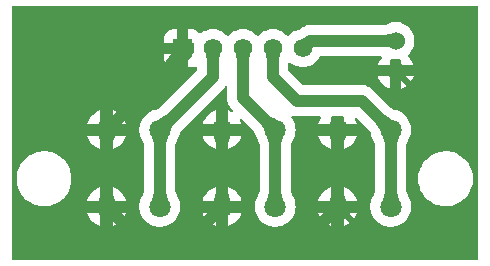
<source format=gbl>
G04 Layer: BottomLayer*
G04 EasyEDA v6.4.19.5, 2021-05-18T22:58:39--5:00*
G04 4dc87e2bd6d7430eaf2060c118457cdd,00a5ad12733442db97615573759eb5db,10*
G04 Gerber Generator version 0.2*
G04 Scale: 100 percent, Rotated: No, Reflected: No *
G04 Dimensions in millimeters *
G04 leading zeros omitted , absolute positions ,4 integer and 5 decimal *
%FSLAX45Y45*%
%MOMM*%

%ADD11C,1.8000*%
%ADD12C,1.5748*%
%ADD14C,1.5240*%
%ADD15C,0.5000*%
%ADD16C,1.0000*%

%LPD*%
G36*
X35814Y25654D02*
G01*
X31902Y26416D01*
X28651Y28651D01*
X26416Y31902D01*
X25654Y35814D01*
X25654Y2164181D01*
X26416Y2168093D01*
X28651Y2171395D01*
X31902Y2173579D01*
X35814Y2174341D01*
X3964178Y2174341D01*
X3968089Y2173579D01*
X3971391Y2171395D01*
X3973576Y2168093D01*
X3974337Y2164181D01*
X3974337Y35814D01*
X3973576Y31902D01*
X3971391Y28651D01*
X3968089Y26416D01*
X3964178Y25654D01*
G37*

%LPC*%
G36*
X1279144Y302717D02*
G01*
X1297127Y303682D01*
X1314958Y306527D01*
X1332382Y311150D01*
X1349197Y317652D01*
X1365250Y325831D01*
X1380388Y335635D01*
X1394409Y346964D01*
X1407160Y359714D01*
X1418488Y373735D01*
X1428292Y388874D01*
X1436471Y404926D01*
X1442974Y421741D01*
X1447596Y439166D01*
X1450441Y456996D01*
X1451406Y474980D01*
X1450441Y492963D01*
X1447596Y510793D01*
X1442974Y528218D01*
X1436471Y545033D01*
X1428292Y561086D01*
X1422704Y569671D01*
X1421434Y572516D01*
X1411782Y607415D01*
X1411376Y610108D01*
X1411376Y990092D01*
X1411782Y992784D01*
X1421434Y1027684D01*
X1422704Y1030528D01*
X1428292Y1039114D01*
X1436471Y1055166D01*
X1442974Y1071981D01*
X1447596Y1089406D01*
X1449019Y1094028D01*
X1466545Y1125067D01*
X1468221Y1127252D01*
X1820570Y1479600D01*
X1828596Y1488389D01*
X1830933Y1491234D01*
X1834134Y1493824D01*
X1838096Y1494942D01*
X1842211Y1494383D01*
X1845716Y1492199D01*
X1848104Y1488846D01*
X1848967Y1484782D01*
X1848967Y1397203D01*
X1849475Y1385316D01*
X1849831Y1381810D01*
X1851710Y1370126D01*
X1852472Y1366621D01*
X1855724Y1355242D01*
X1856892Y1351889D01*
X1861413Y1340967D01*
X1862937Y1337767D01*
X1868728Y1327454D01*
X1870608Y1324457D01*
X1877568Y1314856D01*
X1879803Y1312113D01*
X1887829Y1303324D01*
X1896059Y1295095D01*
X1898294Y1291691D01*
X1899005Y1287678D01*
X1898142Y1283716D01*
X1895703Y1280414D01*
X1892249Y1278331D01*
X1888185Y1277772D01*
X1884273Y1278890D01*
X1877009Y1282547D01*
X1860194Y1289050D01*
X1858314Y1289507D01*
X1858314Y1176578D01*
X1971243Y1176578D01*
X1970786Y1178458D01*
X1964283Y1195273D01*
X1960625Y1202537D01*
X1959508Y1206449D01*
X1960067Y1210513D01*
X1962150Y1213967D01*
X1965452Y1216406D01*
X1969414Y1217269D01*
X1973427Y1216558D01*
X1976831Y1214323D01*
X2067610Y1123594D01*
X2069134Y1121613D01*
X2088032Y1089914D01*
X2089099Y1087374D01*
X2093214Y1071981D01*
X2099716Y1055166D01*
X2107895Y1039114D01*
X2113483Y1030528D01*
X2114702Y1027684D01*
X2124405Y992784D01*
X2124811Y990092D01*
X2124811Y610108D01*
X2124405Y607415D01*
X2114702Y572516D01*
X2113483Y569671D01*
X2107895Y561086D01*
X2099716Y545033D01*
X2093214Y528218D01*
X2088591Y510793D01*
X2085746Y492963D01*
X2084781Y474980D01*
X2085746Y456996D01*
X2088591Y439166D01*
X2093214Y421741D01*
X2099716Y404926D01*
X2107895Y388874D01*
X2117699Y373735D01*
X2129028Y359714D01*
X2141778Y346964D01*
X2155799Y335635D01*
X2170938Y325831D01*
X2186990Y317652D01*
X2203805Y311150D01*
X2221230Y306527D01*
X2239060Y303682D01*
X2257044Y302717D01*
X2275027Y303682D01*
X2292858Y306527D01*
X2310282Y311150D01*
X2327097Y317652D01*
X2343150Y325831D01*
X2358288Y335635D01*
X2372309Y346964D01*
X2385060Y359714D01*
X2396388Y373735D01*
X2406192Y388874D01*
X2414371Y404926D01*
X2420874Y421741D01*
X2425496Y439166D01*
X2428341Y456996D01*
X2429306Y474980D01*
X2428341Y492963D01*
X2425496Y510793D01*
X2420874Y528218D01*
X2414371Y545033D01*
X2406192Y561086D01*
X2400604Y569722D01*
X2399334Y572516D01*
X2389682Y607364D01*
X2389276Y610108D01*
X2389276Y990092D01*
X2389682Y992835D01*
X2399334Y1027684D01*
X2400604Y1030478D01*
X2406192Y1039114D01*
X2414371Y1055166D01*
X2420874Y1071981D01*
X2425496Y1089406D01*
X2428341Y1107236D01*
X2429306Y1125220D01*
X2428341Y1143203D01*
X2425496Y1161034D01*
X2420874Y1178458D01*
X2414371Y1195273D01*
X2406192Y1211326D01*
X2396388Y1226464D01*
X2393899Y1230884D01*
X2393696Y1235049D01*
X2395118Y1238961D01*
X2398064Y1241958D01*
X2401925Y1243533D01*
X2406091Y1243431D01*
X2411628Y1242110D01*
X2423210Y1240231D01*
X2426716Y1239875D01*
X2438603Y1239367D01*
X2635148Y1239367D01*
X2639415Y1238402D01*
X2642870Y1235811D01*
X2644902Y1232001D01*
X2645206Y1227683D01*
X2643682Y1223670D01*
X2635707Y1211326D01*
X2627528Y1195273D01*
X2621026Y1178458D01*
X2620568Y1176578D01*
X2733497Y1176578D01*
X2733497Y1229207D01*
X2734259Y1233068D01*
X2736494Y1236370D01*
X2739796Y1238554D01*
X2743657Y1239367D01*
X2826054Y1239367D01*
X2829915Y1238554D01*
X2833217Y1236370D01*
X2835452Y1233068D01*
X2836214Y1229207D01*
X2836214Y1176578D01*
X2949143Y1176578D01*
X2948686Y1178458D01*
X2942183Y1195273D01*
X2934309Y1210818D01*
X2933192Y1214729D01*
X2933750Y1218793D01*
X2935833Y1222248D01*
X2939135Y1224686D01*
X2943098Y1225600D01*
X2947111Y1224838D01*
X2950514Y1222603D01*
X3045866Y1127252D01*
X3047542Y1125067D01*
X3065068Y1094028D01*
X3066491Y1089406D01*
X3071114Y1071981D01*
X3077616Y1055166D01*
X3085795Y1039114D01*
X3091383Y1030528D01*
X3092602Y1027684D01*
X3102305Y992784D01*
X3102711Y990092D01*
X3102711Y610108D01*
X3102305Y607415D01*
X3092602Y572516D01*
X3091383Y569671D01*
X3085795Y561086D01*
X3077616Y545033D01*
X3071114Y528218D01*
X3066491Y510793D01*
X3063646Y492963D01*
X3062681Y474980D01*
X3063646Y456996D01*
X3066491Y439166D01*
X3071114Y421741D01*
X3077616Y404926D01*
X3085795Y388874D01*
X3095599Y373735D01*
X3106928Y359714D01*
X3119678Y346964D01*
X3133699Y335635D01*
X3148838Y325831D01*
X3164890Y317652D01*
X3181705Y311150D01*
X3199130Y306527D01*
X3216960Y303682D01*
X3234944Y302717D01*
X3252927Y303682D01*
X3270758Y306527D01*
X3288182Y311150D01*
X3304997Y317652D01*
X3321050Y325831D01*
X3336188Y335635D01*
X3350209Y346964D01*
X3362960Y359714D01*
X3374288Y373735D01*
X3384092Y388874D01*
X3392271Y404926D01*
X3398774Y421741D01*
X3403396Y439166D01*
X3406241Y456996D01*
X3407206Y474980D01*
X3406241Y492963D01*
X3403396Y510793D01*
X3398774Y528218D01*
X3392271Y545033D01*
X3384092Y561086D01*
X3378504Y569722D01*
X3377234Y572516D01*
X3367582Y607364D01*
X3367176Y610108D01*
X3367176Y990092D01*
X3367582Y992835D01*
X3377234Y1027684D01*
X3378504Y1030478D01*
X3384092Y1039114D01*
X3392271Y1055166D01*
X3398774Y1071981D01*
X3403396Y1089406D01*
X3406241Y1107236D01*
X3407206Y1125220D01*
X3406241Y1143203D01*
X3403396Y1161034D01*
X3398774Y1178458D01*
X3392271Y1195273D01*
X3384092Y1211326D01*
X3374288Y1226464D01*
X3362960Y1240485D01*
X3350209Y1253236D01*
X3336188Y1264564D01*
X3321050Y1274368D01*
X3304997Y1282547D01*
X3288182Y1289050D01*
X3270758Y1293672D01*
X3266135Y1295095D01*
X3235096Y1312621D01*
X3232912Y1314297D01*
X3082239Y1464970D01*
X3073450Y1472996D01*
X3070707Y1475232D01*
X3061106Y1482191D01*
X3058109Y1484071D01*
X3047796Y1489862D01*
X3044596Y1491386D01*
X3033674Y1495907D01*
X3030321Y1497076D01*
X3018942Y1500327D01*
X3015437Y1501089D01*
X3003753Y1502968D01*
X3000248Y1503324D01*
X2988360Y1503832D01*
X2497378Y1503832D01*
X2493518Y1504645D01*
X2490216Y1506829D01*
X2370429Y1626616D01*
X2368245Y1629918D01*
X2367432Y1633778D01*
X2367432Y1686407D01*
X2368194Y1690268D01*
X2370378Y1693519D01*
X2373579Y1695754D01*
X2377440Y1696567D01*
X2381300Y1695856D01*
X2385009Y1693418D01*
X2398877Y1682851D01*
X2413812Y1673860D01*
X2429611Y1666544D01*
X2446121Y1661007D01*
X2463139Y1657248D01*
X2480462Y1655368D01*
X2497937Y1655368D01*
X2515260Y1657248D01*
X2532278Y1661007D01*
X2548788Y1666544D01*
X2564587Y1673860D01*
X2579522Y1682851D01*
X2593390Y1693418D01*
X2606090Y1705406D01*
X2617368Y1718665D01*
X2627122Y1733092D01*
X2631846Y1741932D01*
X2634081Y1744827D01*
X2637231Y1746707D01*
X2640787Y1747367D01*
X3150412Y1747367D01*
X3154222Y1746605D01*
X3157524Y1744421D01*
X3159709Y1741220D01*
X3160572Y1737360D01*
X3159861Y1733499D01*
X3157778Y1730197D01*
X3155848Y1728165D01*
X3145485Y1714500D01*
X3136595Y1699818D01*
X3129432Y1684223D01*
X3124657Y1670050D01*
X3232150Y1670050D01*
X3232150Y1714601D01*
X3233064Y1718868D01*
X3235756Y1722374D01*
X3239566Y1724406D01*
X3243935Y1724609D01*
X3259480Y1722069D01*
X3276600Y1721154D01*
X3293719Y1722069D01*
X3309264Y1724609D01*
X3313633Y1724406D01*
X3317443Y1722374D01*
X3320135Y1718868D01*
X3321050Y1714601D01*
X3321050Y1670050D01*
X3428542Y1670050D01*
X3423767Y1684223D01*
X3416604Y1699818D01*
X3407714Y1714500D01*
X3397351Y1728165D01*
X3385565Y1740611D01*
X3380587Y1744878D01*
X3377946Y1748332D01*
X3376980Y1752600D01*
X3377946Y1756867D01*
X3380587Y1760321D01*
X3385565Y1764588D01*
X3397351Y1777034D01*
X3407714Y1790700D01*
X3416604Y1805381D01*
X3423767Y1820976D01*
X3429254Y1837232D01*
X3432962Y1853946D01*
X3434791Y1871014D01*
X3434791Y1888185D01*
X3432962Y1905254D01*
X3429254Y1921967D01*
X3423767Y1938223D01*
X3416604Y1953818D01*
X3407714Y1968500D01*
X3397351Y1982165D01*
X3385565Y1994611D01*
X3372459Y2005736D01*
X3358286Y2015337D01*
X3343148Y2023414D01*
X3327196Y2029764D01*
X3310636Y2034336D01*
X3293719Y2037130D01*
X3276600Y2038045D01*
X3259480Y2037130D01*
X3242564Y2034336D01*
X3226003Y2029764D01*
X3210052Y2023414D01*
X3196996Y2016455D01*
X3193592Y2015388D01*
X3166668Y2011832D01*
X2552903Y2011832D01*
X2541016Y2011324D01*
X2537510Y2010968D01*
X2525826Y2009089D01*
X2522321Y2008327D01*
X2510942Y2005075D01*
X2507589Y2003907D01*
X2496667Y1999386D01*
X2493467Y1997862D01*
X2483154Y1992071D01*
X2480157Y1990191D01*
X2467508Y1980895D01*
X2456332Y1974037D01*
X2453182Y1972767D01*
X2446121Y1971192D01*
X2429611Y1965655D01*
X2413812Y1958339D01*
X2398877Y1949348D01*
X2385009Y1938782D01*
X2372309Y1926793D01*
X2369921Y1923999D01*
X2366467Y1921357D01*
X2362200Y1920392D01*
X2357932Y1921357D01*
X2354478Y1923999D01*
X2352090Y1926793D01*
X2339390Y1938782D01*
X2325522Y1949348D01*
X2310587Y1958339D01*
X2294788Y1965655D01*
X2278278Y1971192D01*
X2261260Y1974951D01*
X2243937Y1976831D01*
X2226462Y1976831D01*
X2209139Y1974951D01*
X2192121Y1971192D01*
X2175611Y1965655D01*
X2159812Y1958339D01*
X2144877Y1949348D01*
X2131009Y1938782D01*
X2118309Y1926793D01*
X2115921Y1923999D01*
X2112467Y1921357D01*
X2108200Y1920392D01*
X2103932Y1921357D01*
X2100478Y1923999D01*
X2098090Y1926793D01*
X2085390Y1938782D01*
X2071522Y1949348D01*
X2056587Y1958339D01*
X2040788Y1965655D01*
X2024278Y1971192D01*
X2007260Y1974951D01*
X1989937Y1976831D01*
X1972462Y1976831D01*
X1955139Y1974951D01*
X1938121Y1971192D01*
X1921611Y1965655D01*
X1905812Y1958339D01*
X1890877Y1949348D01*
X1877009Y1938782D01*
X1864309Y1926793D01*
X1861921Y1923999D01*
X1858467Y1921357D01*
X1854200Y1920392D01*
X1849932Y1921357D01*
X1846478Y1923999D01*
X1844090Y1926793D01*
X1831390Y1938782D01*
X1817522Y1949348D01*
X1802587Y1958339D01*
X1786788Y1965655D01*
X1770278Y1971192D01*
X1753260Y1974951D01*
X1735937Y1976831D01*
X1718462Y1976831D01*
X1701139Y1974951D01*
X1684121Y1971192D01*
X1667611Y1965655D01*
X1651812Y1958339D01*
X1636877Y1949348D01*
X1630172Y1944268D01*
X1626616Y1942541D01*
X1622602Y1942287D01*
X1618843Y1943607D01*
X1615897Y1946249D01*
X1614068Y1948688D01*
X1605788Y1956968D01*
X1596390Y1964029D01*
X1586077Y1969617D01*
X1575104Y1973732D01*
X1563624Y1976221D01*
X1551584Y1977085D01*
X1518920Y1977085D01*
X1518920Y1861820D01*
X1559864Y1861820D01*
X1564132Y1860905D01*
X1567586Y1858213D01*
X1569618Y1854403D01*
X1569872Y1850034D01*
X1567180Y1833524D01*
X1566214Y1816100D01*
X1567180Y1798675D01*
X1569872Y1782165D01*
X1569618Y1777796D01*
X1567586Y1773986D01*
X1564132Y1771294D01*
X1559864Y1770380D01*
X1518920Y1770380D01*
X1518920Y1655114D01*
X1551584Y1655114D01*
X1563624Y1655978D01*
X1575104Y1658467D01*
X1581251Y1660753D01*
X1585061Y1661363D01*
X1588871Y1660550D01*
X1592072Y1658315D01*
X1594205Y1655064D01*
X1594967Y1651254D01*
X1594967Y1632254D01*
X1594154Y1628394D01*
X1591970Y1625092D01*
X1281176Y1314297D01*
X1278991Y1312621D01*
X1247952Y1295095D01*
X1243330Y1293672D01*
X1225905Y1289050D01*
X1209090Y1282547D01*
X1193038Y1274368D01*
X1177899Y1264564D01*
X1163878Y1253236D01*
X1151128Y1240485D01*
X1139799Y1226464D01*
X1129995Y1211326D01*
X1121816Y1195273D01*
X1115314Y1178458D01*
X1110691Y1161034D01*
X1107846Y1143203D01*
X1106881Y1125220D01*
X1107846Y1107236D01*
X1110691Y1089406D01*
X1115314Y1071981D01*
X1121816Y1055166D01*
X1129995Y1039114D01*
X1135583Y1030478D01*
X1136853Y1027684D01*
X1146505Y992835D01*
X1146911Y990092D01*
X1146911Y610108D01*
X1146505Y607364D01*
X1136853Y572516D01*
X1135583Y569722D01*
X1129995Y561086D01*
X1121816Y545033D01*
X1115314Y528218D01*
X1110691Y510793D01*
X1107846Y492963D01*
X1106881Y474980D01*
X1107846Y456996D01*
X1110691Y439166D01*
X1115314Y421741D01*
X1121816Y404926D01*
X1129995Y388874D01*
X1139799Y373735D01*
X1151128Y359714D01*
X1163878Y346964D01*
X1177899Y335635D01*
X1193038Y325831D01*
X1209090Y317652D01*
X1225905Y311150D01*
X1243330Y306527D01*
X1261160Y303682D01*
G37*
G36*
X1858314Y310692D02*
G01*
X1860194Y311150D01*
X1877009Y317652D01*
X1893062Y325831D01*
X1908200Y335635D01*
X1922221Y346964D01*
X1934972Y359714D01*
X1946300Y373735D01*
X1956104Y388874D01*
X1964283Y404926D01*
X1970786Y421741D01*
X1971243Y423621D01*
X1858314Y423621D01*
G37*
G36*
X777697Y310692D02*
G01*
X777697Y423621D01*
X664768Y423621D01*
X665226Y421741D01*
X671728Y404926D01*
X679907Y388874D01*
X689711Y373735D01*
X701040Y359714D01*
X713790Y346964D01*
X727811Y335635D01*
X742950Y325831D01*
X759002Y317652D01*
X775817Y311150D01*
G37*
G36*
X880414Y310692D02*
G01*
X882294Y311150D01*
X899109Y317652D01*
X915162Y325831D01*
X930300Y335635D01*
X944321Y346964D01*
X957071Y359714D01*
X968400Y373735D01*
X978204Y388874D01*
X986383Y404926D01*
X992886Y421741D01*
X993343Y423621D01*
X880414Y423621D01*
G37*
G36*
X1755597Y310692D02*
G01*
X1755597Y423621D01*
X1642668Y423621D01*
X1643125Y421741D01*
X1649628Y404926D01*
X1657807Y388874D01*
X1667611Y373735D01*
X1678939Y359714D01*
X1691690Y346964D01*
X1705711Y335635D01*
X1720850Y325831D01*
X1736902Y317652D01*
X1753717Y311150D01*
G37*
G36*
X2836214Y310692D02*
G01*
X2838094Y311150D01*
X2854909Y317652D01*
X2870962Y325831D01*
X2886100Y335635D01*
X2900121Y346964D01*
X2912872Y359714D01*
X2924200Y373735D01*
X2934004Y388874D01*
X2942183Y404926D01*
X2948686Y421741D01*
X2949143Y423621D01*
X2836214Y423621D01*
G37*
G36*
X2733497Y310692D02*
G01*
X2733497Y423621D01*
X2620568Y423621D01*
X2621026Y421741D01*
X2627528Y404926D01*
X2635707Y388874D01*
X2645511Y373735D01*
X2656840Y359714D01*
X2669590Y346964D01*
X2683611Y335635D01*
X2698750Y325831D01*
X2714802Y317652D01*
X2731617Y311150D01*
G37*
G36*
X3705301Y478993D02*
G01*
X3726383Y480466D01*
X3747262Y483819D01*
X3767734Y489051D01*
X3787648Y496112D01*
X3806850Y505002D01*
X3825138Y515569D01*
X3842410Y527761D01*
X3858514Y541477D01*
X3873296Y556564D01*
X3886606Y572973D01*
X3898442Y590550D01*
X3908551Y609092D01*
X3916984Y628446D01*
X3923639Y648563D01*
X3928414Y669137D01*
X3931259Y690067D01*
X3932224Y711200D01*
X3931259Y732332D01*
X3928414Y753262D01*
X3923639Y773836D01*
X3916984Y793953D01*
X3908551Y813308D01*
X3898442Y831850D01*
X3886606Y849426D01*
X3873296Y865835D01*
X3858514Y880922D01*
X3842410Y894638D01*
X3825138Y906830D01*
X3806850Y917397D01*
X3787648Y926287D01*
X3767734Y933348D01*
X3747262Y938580D01*
X3726383Y941933D01*
X3705301Y943406D01*
X3684168Y942898D01*
X3663137Y940511D01*
X3642461Y936193D01*
X3622243Y930046D01*
X3602634Y922070D01*
X3583889Y912317D01*
X3566058Y900937D01*
X3549345Y887984D01*
X3533901Y873556D01*
X3519830Y857758D01*
X3507282Y840790D01*
X3496259Y822706D01*
X3486962Y803706D01*
X3479444Y783996D01*
X3473754Y763625D01*
X3469894Y742848D01*
X3468014Y721766D01*
X3468014Y700633D01*
X3469894Y679551D01*
X3473754Y658774D01*
X3479444Y638403D01*
X3486962Y618693D01*
X3496259Y599694D01*
X3507282Y581609D01*
X3519830Y564642D01*
X3533901Y548843D01*
X3549345Y534416D01*
X3566058Y521462D01*
X3583889Y510082D01*
X3602634Y500329D01*
X3622243Y492353D01*
X3642461Y486206D01*
X3663137Y481888D01*
X3684168Y479501D01*
G37*
G36*
X305308Y478993D02*
G01*
X326390Y480466D01*
X347268Y483819D01*
X367741Y489051D01*
X387654Y496112D01*
X406857Y505002D01*
X425145Y515569D01*
X442417Y527761D01*
X458520Y541477D01*
X473303Y556564D01*
X486613Y572973D01*
X498449Y590550D01*
X508558Y609092D01*
X516991Y628446D01*
X523646Y648563D01*
X528421Y669137D01*
X531266Y690067D01*
X532231Y711200D01*
X531266Y732332D01*
X528421Y753262D01*
X523646Y773836D01*
X516991Y793953D01*
X508558Y813308D01*
X498449Y831850D01*
X486613Y849426D01*
X473303Y865835D01*
X458520Y880922D01*
X442417Y894638D01*
X425145Y906830D01*
X406857Y917397D01*
X387654Y926287D01*
X367741Y933348D01*
X347268Y938580D01*
X326390Y941933D01*
X305308Y943406D01*
X284175Y942898D01*
X263144Y940511D01*
X242468Y936193D01*
X222250Y930046D01*
X202641Y922070D01*
X183896Y912317D01*
X166065Y900937D01*
X149352Y887984D01*
X133908Y873556D01*
X119837Y857758D01*
X107289Y840790D01*
X96266Y822706D01*
X86969Y803706D01*
X79451Y783996D01*
X73761Y763625D01*
X69900Y742848D01*
X68021Y721766D01*
X68021Y700633D01*
X69900Y679551D01*
X73761Y658774D01*
X79451Y638403D01*
X86969Y618693D01*
X96266Y599694D01*
X107289Y581609D01*
X119837Y564642D01*
X133908Y548843D01*
X149352Y534416D01*
X166065Y521462D01*
X183896Y510082D01*
X202641Y500329D01*
X222250Y492353D01*
X242468Y486206D01*
X263144Y481888D01*
X284175Y479501D01*
G37*
G36*
X1858314Y526338D02*
G01*
X1971243Y526338D01*
X1970786Y528218D01*
X1964283Y545033D01*
X1956104Y561086D01*
X1946300Y576224D01*
X1934972Y590245D01*
X1922221Y602996D01*
X1908200Y614324D01*
X1893062Y624128D01*
X1877009Y632307D01*
X1860194Y638810D01*
X1858314Y639267D01*
G37*
G36*
X664768Y526338D02*
G01*
X777697Y526338D01*
X777697Y639267D01*
X775817Y638810D01*
X759002Y632307D01*
X742950Y624128D01*
X727811Y614324D01*
X713790Y602996D01*
X701040Y590245D01*
X689711Y576224D01*
X679907Y561086D01*
X671728Y545033D01*
X665226Y528218D01*
G37*
G36*
X880414Y526338D02*
G01*
X993343Y526338D01*
X992886Y528218D01*
X986383Y545033D01*
X978204Y561086D01*
X968400Y576224D01*
X957071Y590245D01*
X944321Y602996D01*
X930300Y614324D01*
X915162Y624128D01*
X899109Y632307D01*
X882294Y638810D01*
X880414Y639267D01*
G37*
G36*
X1642668Y526338D02*
G01*
X1755597Y526338D01*
X1755597Y639267D01*
X1753717Y638810D01*
X1736902Y632307D01*
X1720850Y624128D01*
X1705711Y614324D01*
X1691690Y602996D01*
X1678939Y590245D01*
X1667611Y576224D01*
X1657807Y561086D01*
X1649628Y545033D01*
X1643125Y528218D01*
G37*
G36*
X2836214Y526338D02*
G01*
X2949143Y526338D01*
X2948686Y528218D01*
X2942183Y545033D01*
X2934004Y561086D01*
X2924200Y576224D01*
X2912872Y590245D01*
X2900121Y602996D01*
X2886100Y614324D01*
X2870962Y624128D01*
X2854909Y632307D01*
X2838094Y638810D01*
X2836214Y639267D01*
G37*
G36*
X2620568Y526338D02*
G01*
X2733497Y526338D01*
X2733497Y639267D01*
X2731617Y638810D01*
X2714802Y632307D01*
X2698750Y624128D01*
X2683611Y614324D01*
X2669590Y602996D01*
X2656840Y590245D01*
X2645511Y576224D01*
X2635707Y561086D01*
X2627528Y545033D01*
X2621026Y528218D01*
G37*
G36*
X1858314Y960932D02*
G01*
X1860194Y961390D01*
X1877009Y967892D01*
X1893062Y976071D01*
X1908200Y985875D01*
X1922221Y997203D01*
X1934972Y1009954D01*
X1946300Y1023975D01*
X1956104Y1039114D01*
X1964283Y1055166D01*
X1970786Y1071981D01*
X1971243Y1073861D01*
X1858314Y1073861D01*
G37*
G36*
X880414Y960932D02*
G01*
X882294Y961390D01*
X899109Y967892D01*
X915162Y976071D01*
X930300Y985875D01*
X944321Y997203D01*
X957071Y1009954D01*
X968400Y1023975D01*
X978204Y1039114D01*
X986383Y1055166D01*
X992886Y1071981D01*
X993343Y1073861D01*
X880414Y1073861D01*
G37*
G36*
X1755597Y960932D02*
G01*
X1755597Y1073861D01*
X1642668Y1073861D01*
X1643125Y1071981D01*
X1649628Y1055166D01*
X1657807Y1039114D01*
X1667611Y1023975D01*
X1678939Y1009954D01*
X1691690Y997203D01*
X1705711Y985875D01*
X1720850Y976071D01*
X1736902Y967892D01*
X1753717Y961390D01*
G37*
G36*
X777697Y960932D02*
G01*
X777697Y1073861D01*
X664768Y1073861D01*
X665226Y1071981D01*
X671728Y1055166D01*
X679907Y1039114D01*
X689711Y1023975D01*
X701040Y1009954D01*
X713790Y997203D01*
X727811Y985875D01*
X742950Y976071D01*
X759002Y967892D01*
X775817Y961390D01*
G37*
G36*
X2836214Y960932D02*
G01*
X2838094Y961390D01*
X2854909Y967892D01*
X2870962Y976071D01*
X2886100Y985875D01*
X2900121Y997203D01*
X2912872Y1009954D01*
X2924200Y1023975D01*
X2934004Y1039114D01*
X2942183Y1055166D01*
X2948686Y1071981D01*
X2949143Y1073861D01*
X2836214Y1073861D01*
G37*
G36*
X2733497Y960932D02*
G01*
X2733497Y1073861D01*
X2620568Y1073861D01*
X2621026Y1071981D01*
X2627528Y1055166D01*
X2635707Y1039114D01*
X2645511Y1023975D01*
X2656840Y1009954D01*
X2669590Y997203D01*
X2683611Y985875D01*
X2698750Y976071D01*
X2714802Y967892D01*
X2731617Y961390D01*
G37*
G36*
X880414Y1176578D02*
G01*
X993343Y1176578D01*
X992886Y1178458D01*
X986383Y1195273D01*
X978204Y1211326D01*
X968400Y1226464D01*
X957071Y1240485D01*
X944321Y1253236D01*
X930300Y1264564D01*
X915162Y1274368D01*
X899109Y1282547D01*
X882294Y1289050D01*
X880414Y1289507D01*
G37*
G36*
X1642668Y1176578D02*
G01*
X1755597Y1176578D01*
X1755597Y1289507D01*
X1753717Y1289050D01*
X1736902Y1282547D01*
X1720850Y1274368D01*
X1705711Y1264564D01*
X1691690Y1253236D01*
X1678939Y1240485D01*
X1667611Y1226464D01*
X1657807Y1211326D01*
X1649628Y1195273D01*
X1643125Y1178458D01*
G37*
G36*
X664768Y1176578D02*
G01*
X777697Y1176578D01*
X777697Y1289507D01*
X775817Y1289050D01*
X759002Y1282547D01*
X742950Y1274368D01*
X727811Y1264564D01*
X713790Y1253236D01*
X701040Y1240485D01*
X689711Y1226464D01*
X679907Y1211326D01*
X671728Y1195273D01*
X665226Y1178458D01*
G37*
G36*
X3321050Y1473758D02*
G01*
X3327196Y1475435D01*
X3343148Y1481785D01*
X3358286Y1489862D01*
X3372459Y1499463D01*
X3385565Y1510588D01*
X3397351Y1523034D01*
X3407714Y1536700D01*
X3416604Y1551381D01*
X3423767Y1566976D01*
X3428542Y1581150D01*
X3321050Y1581150D01*
G37*
G36*
X3232150Y1473758D02*
G01*
X3232150Y1581150D01*
X3124657Y1581150D01*
X3129432Y1566976D01*
X3136595Y1551381D01*
X3145485Y1536700D01*
X3155848Y1523034D01*
X3167634Y1510588D01*
X3180740Y1499463D01*
X3194913Y1489862D01*
X3210052Y1481785D01*
X3226003Y1475435D01*
G37*
G36*
X1394815Y1655114D02*
G01*
X1427480Y1655114D01*
X1427480Y1770380D01*
X1312214Y1770380D01*
X1312214Y1737715D01*
X1313078Y1725675D01*
X1315567Y1714195D01*
X1319682Y1703222D01*
X1325270Y1692910D01*
X1332331Y1683512D01*
X1340612Y1675231D01*
X1350010Y1668170D01*
X1360322Y1662582D01*
X1371295Y1658467D01*
X1382776Y1655978D01*
G37*
G36*
X1312214Y1861820D02*
G01*
X1427480Y1861820D01*
X1427480Y1977085D01*
X1394815Y1977085D01*
X1382776Y1976221D01*
X1371295Y1973732D01*
X1360322Y1969617D01*
X1350010Y1964029D01*
X1340612Y1956968D01*
X1332331Y1948688D01*
X1325270Y1939289D01*
X1319682Y1928977D01*
X1315567Y1918004D01*
X1313078Y1906524D01*
X1312214Y1894484D01*
G37*

%LPD*%
G36*
X779068Y597509D02*
G01*
X761542Y534517D01*
X896569Y534517D01*
X879043Y597509D01*
G37*
G36*
X918870Y480618D02*
G01*
X823417Y385165D01*
X880364Y352958D01*
X951026Y423672D01*
G37*
G36*
X1229156Y597509D02*
G01*
X1211630Y534517D01*
X1346657Y534517D01*
X1329131Y597509D01*
G37*
G36*
X880364Y1247241D02*
G01*
X823417Y1215034D01*
X918870Y1119581D01*
X951026Y1176528D01*
G37*
G36*
X761542Y1065682D02*
G01*
X779068Y1002690D01*
X879043Y1002690D01*
X896569Y1065682D01*
G37*
G36*
X1330452Y1247241D02*
G01*
X1273505Y1215034D01*
X1368958Y1119581D01*
X1401165Y1176528D01*
G37*
G36*
X1211630Y1065682D02*
G01*
X1229156Y1002690D01*
X1329131Y1002690D01*
X1346657Y1065682D01*
G37*
G36*
X2874670Y480618D02*
G01*
X2779217Y385165D01*
X2853842Y370636D01*
X2889199Y405993D01*
G37*
G36*
X2734868Y597509D02*
G01*
X2717342Y534517D01*
X2852369Y534517D01*
X2834843Y597509D01*
G37*
G36*
X2695041Y480618D02*
G01*
X2662885Y423672D01*
X2733548Y352958D01*
X2790494Y385165D01*
G37*
G36*
X3184956Y597509D02*
G01*
X3167430Y534517D01*
X3302457Y534517D01*
X3284931Y597509D01*
G37*
G36*
X2717342Y1065682D02*
G01*
X2734868Y1002690D01*
X2834843Y1002690D01*
X2852369Y1065682D01*
G37*
G36*
X3183636Y1247241D02*
G01*
X3112922Y1176528D01*
X3145129Y1119581D01*
X3240582Y1215034D01*
G37*
G36*
X3167430Y1065682D02*
G01*
X3184956Y1002690D01*
X3284931Y1002690D01*
X3302457Y1065682D01*
G37*
G36*
X1756968Y597509D02*
G01*
X1739442Y534517D01*
X1874469Y534517D01*
X1856943Y597509D01*
G37*
G36*
X1717141Y480618D02*
G01*
X1684934Y423672D01*
X1755648Y352958D01*
X1812594Y385165D01*
G37*
G36*
X2207056Y597509D02*
G01*
X2189530Y534517D01*
X2324557Y534517D01*
X2307031Y597509D01*
G37*
G36*
X1739442Y1065682D02*
G01*
X1756968Y1002690D01*
X1856943Y1002690D01*
X1874469Y1065682D01*
G37*
G36*
X2189530Y1065682D02*
G01*
X2207056Y1002690D01*
X2307031Y1002690D01*
X2324557Y1065682D01*
G37*
G36*
X2202942Y1245971D02*
G01*
X2133854Y1173632D01*
X2167382Y1117498D01*
X2260549Y1215136D01*
G37*
G36*
X2517343Y1914956D02*
G01*
X2484272Y1894687D01*
X2567787Y1811172D01*
X2588056Y1844243D01*
G37*
G36*
X2176170Y1764030D02*
G01*
X2185212Y1708912D01*
X2285187Y1708912D01*
X2294229Y1764030D01*
G37*
G36*
X1922170Y1764030D02*
G01*
X1931212Y1708912D01*
X2031187Y1708912D01*
X2040229Y1764030D01*
G37*
G36*
X1668170Y1764030D02*
G01*
X1677212Y1708912D01*
X1777187Y1708912D01*
X1786229Y1764030D01*
G37*
G36*
X3352647Y1630375D02*
G01*
X3271824Y1549552D01*
X3332276Y1534566D01*
X3367633Y1569923D01*
G37*
G36*
X3226206Y1936750D02*
G01*
X3172866Y1929587D01*
X3172866Y1829612D01*
X3226206Y1822450D01*
G37*
G36*
X1394460Y1787347D02*
G01*
X1294739Y1661617D01*
X1402080Y1627530D01*
X1551940Y1737360D01*
G37*
D15*
X2784856Y474979D02*
G01*
X3056636Y203200D01*
X3327400Y203200D01*
X3505200Y381000D01*
X3505200Y469900D01*
X3429000Y546100D01*
X3429000Y939800D01*
X3543300Y1054100D01*
X3543300Y1358900D01*
X3276600Y1625600D01*
D16*
X2489200Y1816100D02*
G01*
X2552700Y1879600D01*
X3276600Y1879600D01*
X3234943Y1125220D02*
G01*
X2988563Y1371600D01*
X2438400Y1371600D01*
X2235200Y1574800D01*
X2235200Y1816100D01*
X829055Y1125220D02*
G01*
X1473200Y1769363D01*
X1473200Y1816100D01*
X1279144Y1125220D02*
G01*
X1727200Y1573276D01*
X1727200Y1816100D01*
X3234943Y1125220D02*
G01*
X3234943Y474979D01*
X2784856Y1125220D02*
G01*
X2784856Y474979D01*
X829055Y1125220D02*
G01*
X829055Y474979D01*
X1279144Y1125220D02*
G01*
X1279144Y474979D01*
X2257043Y1125220D02*
G01*
X2257043Y474979D01*
X1806955Y1125220D02*
G01*
X1806955Y474979D01*
X1981200Y1816100D02*
G01*
X1981200Y1397000D01*
X2252979Y1125220D01*
X2257043Y1125220D01*
X2784856Y474979D02*
G01*
X2462275Y152400D01*
X1536700Y152400D01*
X1536700Y204723D01*
X1806955Y474979D01*
X829055Y474979D02*
G01*
X1151636Y152400D01*
X1536700Y152400D01*
D11*
G01*
X829055Y474979D03*
G01*
X1279144Y474979D03*
G01*
X829055Y1125220D03*
G01*
X1279144Y1125220D03*
G01*
X2784856Y474979D03*
G01*
X3234943Y474979D03*
G01*
X2784856Y1125220D03*
G01*
X3234943Y1125220D03*
G01*
X1806955Y474979D03*
G01*
X2257043Y474979D03*
G01*
X1806955Y1125220D03*
G01*
X2257043Y1125220D03*
D12*
G01*
X2489200Y1816100D03*
G01*
X2235200Y1816100D03*
G01*
X1981200Y1816100D03*
G01*
X1727200Y1816100D03*
G36*
X1394460Y1894839D02*
G01*
X1551939Y1894839D01*
X1551939Y1737360D01*
X1394460Y1737360D01*
G37*
D14*
G01*
X3276600Y1625600D03*
G01*
X3276600Y1879600D03*
M02*

</source>
